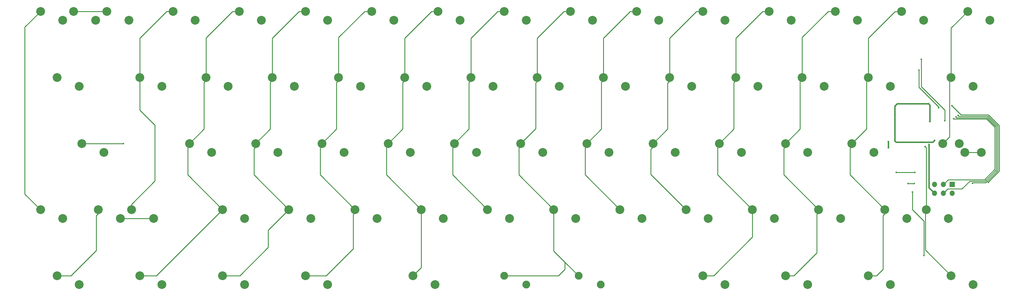
<source format=gbr>
%TF.GenerationSoftware,KiCad,Pcbnew,(6.0.7)*%
%TF.CreationDate,2022-08-19T07:51:27+02:00*%
%TF.ProjectId,nue-pcb,6e75652d-7063-4622-9e6b-696361645f70,0.1*%
%TF.SameCoordinates,Original*%
%TF.FileFunction,Copper,L2,Bot*%
%TF.FilePolarity,Positive*%
%FSLAX46Y46*%
G04 Gerber Fmt 4.6, Leading zero omitted, Abs format (unit mm)*
G04 Created by KiCad (PCBNEW (6.0.7)) date 2022-08-19 07:51:27*
%MOMM*%
%LPD*%
G01*
G04 APERTURE LIST*
%TA.AperFunction,ComponentPad*%
%ADD10C,2.250000*%
%TD*%
%TA.AperFunction,ComponentPad*%
%ADD11C,2.540000*%
%TD*%
%TA.AperFunction,ComponentPad*%
%ADD12R,1.524000X1.524000*%
%TD*%
%TA.AperFunction,ComponentPad*%
%ADD13O,1.524000X1.524000*%
%TD*%
%TA.AperFunction,ViaPad*%
%ADD14C,0.508000*%
%TD*%
%TA.AperFunction,Conductor*%
%ADD15C,0.381000*%
%TD*%
%TA.AperFunction,Conductor*%
%ADD16C,0.254000*%
%TD*%
G04 APERTURE END LIST*
D10*
%TO.P,SW102,1,1*%
%TO.N,Net-(D60-Pad2)*%
X223678750Y-138747500D03*
%TO.P,SW102,2,2*%
%TO.N,Col7*%
X217328750Y-136207500D03*
%TD*%
%TO.P,SW73,1,1*%
%TO.N,Net-(D60-Pad2)*%
X202247500Y-138747500D03*
%TO.P,SW73,2,2*%
%TO.N,Col7*%
X195897500Y-136207500D03*
%TD*%
D11*
%TO.P,SW1,1,1*%
%TO.N,Col1*%
X329247500Y-60007500D03*
%TO.P,SW1,2,2*%
%TO.N,Net-(D1-Pad2)*%
X335597500Y-62547500D03*
%TD*%
%TO.P,SW2,1,1*%
%TO.N,Col2*%
X310197500Y-60007500D03*
%TO.P,SW2,2,2*%
%TO.N,Net-(D2-Pad2)*%
X316547500Y-62547500D03*
%TD*%
%TO.P,SW3,1,1*%
%TO.N,Col3*%
X291147500Y-60007500D03*
%TO.P,SW3,2,2*%
%TO.N,Net-(D3-Pad2)*%
X297497500Y-62547500D03*
%TD*%
%TO.P,SW4,1,1*%
%TO.N,Col4*%
X272097500Y-60007500D03*
%TO.P,SW4,2,2*%
%TO.N,Net-(D4-Pad2)*%
X278447500Y-62547500D03*
%TD*%
%TO.P,SW5,1,1*%
%TO.N,Col5*%
X253047500Y-60007500D03*
%TO.P,SW5,2,2*%
%TO.N,Net-(D5-Pad2)*%
X259397500Y-62547500D03*
%TD*%
%TO.P,SW6,1,1*%
%TO.N,Col6*%
X233997500Y-60007500D03*
%TO.P,SW6,2,2*%
%TO.N,Net-(D6-Pad2)*%
X240347500Y-62547500D03*
%TD*%
%TO.P,SW7,1,1*%
%TO.N,Col7*%
X214947500Y-60007500D03*
%TO.P,SW7,2,2*%
%TO.N,Net-(D7-Pad2)*%
X221297500Y-62547500D03*
%TD*%
%TO.P,SW8,1,1*%
%TO.N,Col8*%
X195897500Y-60007500D03*
%TO.P,SW8,2,2*%
%TO.N,Net-(D8-Pad2)*%
X202247500Y-62547500D03*
%TD*%
%TO.P,SW9,1,1*%
%TO.N,Col9*%
X176847500Y-60007500D03*
%TO.P,SW9,2,2*%
%TO.N,Net-(D9-Pad2)*%
X183197500Y-62547500D03*
%TD*%
%TO.P,SW10,1,1*%
%TO.N,Col10*%
X157797500Y-60007500D03*
%TO.P,SW10,2,2*%
%TO.N,Net-(D10-Pad2)*%
X164147500Y-62547500D03*
%TD*%
%TO.P,SW11,1,1*%
%TO.N,Col11*%
X138747500Y-60007500D03*
%TO.P,SW11,2,2*%
%TO.N,Net-(D11-Pad2)*%
X145097500Y-62547500D03*
%TD*%
%TO.P,SW12,1,1*%
%TO.N,Col12*%
X119697500Y-60007500D03*
%TO.P,SW12,2,2*%
%TO.N,Net-(D12-Pad2)*%
X126047500Y-62547500D03*
%TD*%
%TO.P,SW13,1,1*%
%TO.N,Col13*%
X100647500Y-60007500D03*
%TO.P,SW13,2,2*%
%TO.N,Net-(D13-Pad2)*%
X106997500Y-62547500D03*
%TD*%
%TO.P,SW14,1,1*%
%TO.N,Col14*%
X72072500Y-60007500D03*
%TO.P,SW14,2,2*%
%TO.N,Net-(D14-Pad2)*%
X78422500Y-62547500D03*
%TD*%
%TO.P,SW16,1,1*%
%TO.N,Col2*%
X300672500Y-79057500D03*
%TO.P,SW16,2,2*%
%TO.N,Net-(D16-Pad2)*%
X307022500Y-81597500D03*
%TD*%
%TO.P,SW17,1,1*%
%TO.N,Col3*%
X281622500Y-79057500D03*
%TO.P,SW17,2,2*%
%TO.N,Net-(D17-Pad2)*%
X287972500Y-81597500D03*
%TD*%
%TO.P,SW18,1,1*%
%TO.N,Col4*%
X262572500Y-79057500D03*
%TO.P,SW18,2,2*%
%TO.N,Net-(D18-Pad2)*%
X268922500Y-81597500D03*
%TD*%
%TO.P,SW19,1,1*%
%TO.N,Col5*%
X243522500Y-79057500D03*
%TO.P,SW19,2,2*%
%TO.N,Net-(D19-Pad2)*%
X249872500Y-81597500D03*
%TD*%
%TO.P,SW20,1,1*%
%TO.N,Col6*%
X224472500Y-79057500D03*
%TO.P,SW20,2,2*%
%TO.N,Net-(D20-Pad2)*%
X230822500Y-81597500D03*
%TD*%
%TO.P,SW21,1,1*%
%TO.N,Col7*%
X205422500Y-79057500D03*
%TO.P,SW21,2,2*%
%TO.N,Net-(D21-Pad2)*%
X211772500Y-81597500D03*
%TD*%
%TO.P,SW22,1,1*%
%TO.N,Col8*%
X186372500Y-79057500D03*
%TO.P,SW22,2,2*%
%TO.N,Net-(D22-Pad2)*%
X192722500Y-81597500D03*
%TD*%
%TO.P,SW23,1,1*%
%TO.N,Col9*%
X167322500Y-79057500D03*
%TO.P,SW23,2,2*%
%TO.N,Net-(D23-Pad2)*%
X173672500Y-81597500D03*
%TD*%
%TO.P,SW24,1,1*%
%TO.N,Col10*%
X148272500Y-79057500D03*
%TO.P,SW24,2,2*%
%TO.N,Net-(D24-Pad2)*%
X154622500Y-81597500D03*
%TD*%
%TO.P,SW25,1,1*%
%TO.N,Col11*%
X129222500Y-79057500D03*
%TO.P,SW25,2,2*%
%TO.N,Net-(D25-Pad2)*%
X135572500Y-81597500D03*
%TD*%
%TO.P,SW26,1,1*%
%TO.N,Col12*%
X110172500Y-79057500D03*
%TO.P,SW26,2,2*%
%TO.N,Net-(D26-Pad2)*%
X116522500Y-81597500D03*
%TD*%
%TO.P,SW27,1,1*%
%TO.N,Col13*%
X91122500Y-79057500D03*
%TO.P,SW27,2,2*%
%TO.N,Net-(D27-Pad2)*%
X97472500Y-81597500D03*
%TD*%
%TO.P,SW28,1,1*%
%TO.N,Col14*%
X62547500Y-60007500D03*
%TO.P,SW28,2,2*%
%TO.N,Net-(D28-Pad2)*%
X68897500Y-62547500D03*
%TD*%
%TO.P,SW31,1,1*%
%TO.N,Col3*%
X276860000Y-98107500D03*
%TO.P,SW31,2,2*%
%TO.N,Net-(D31-Pad2)*%
X283210000Y-100647500D03*
%TD*%
%TO.P,SW32,1,1*%
%TO.N,Col4*%
X257810000Y-98107500D03*
%TO.P,SW32,2,2*%
%TO.N,Net-(D32-Pad2)*%
X264160000Y-100647500D03*
%TD*%
%TO.P,SW33,1,1*%
%TO.N,Col5*%
X238760000Y-98107500D03*
%TO.P,SW33,2,2*%
%TO.N,Net-(D33-Pad2)*%
X245110000Y-100647500D03*
%TD*%
%TO.P,SW34,1,1*%
%TO.N,Col6*%
X219710000Y-98107500D03*
%TO.P,SW34,2,2*%
%TO.N,Net-(D34-Pad2)*%
X226060000Y-100647500D03*
%TD*%
%TO.P,SW36,1,1*%
%TO.N,Col8*%
X181610000Y-98107500D03*
%TO.P,SW36,2,2*%
%TO.N,Net-(D36-Pad2)*%
X187960000Y-100647500D03*
%TD*%
%TO.P,SW37,1,1*%
%TO.N,Col9*%
X162560000Y-98107500D03*
%TO.P,SW37,2,2*%
%TO.N,Net-(D37-Pad2)*%
X168910000Y-100647500D03*
%TD*%
%TO.P,SW38,1,1*%
%TO.N,Col10*%
X143510000Y-98107500D03*
%TO.P,SW38,2,2*%
%TO.N,Net-(D38-Pad2)*%
X149860000Y-100647500D03*
%TD*%
%TO.P,SW39,1,1*%
%TO.N,Col11*%
X124460000Y-98107500D03*
%TO.P,SW39,2,2*%
%TO.N,Net-(D39-Pad2)*%
X130810000Y-100647500D03*
%TD*%
%TO.P,SW40,1,1*%
%TO.N,Col12*%
X105410000Y-98107500D03*
%TO.P,SW40,2,2*%
%TO.N,Net-(D40-Pad2)*%
X111760000Y-100647500D03*
%TD*%
%TO.P,SW41,1,1*%
%TO.N,Col13*%
X67310000Y-79057500D03*
%TO.P,SW41,2,2*%
%TO.N,Net-(D41-Pad2)*%
X73660000Y-81597500D03*
%TD*%
%TO.P,SW43,1,1*%
%TO.N,Col1*%
X317341250Y-117157500D03*
%TO.P,SW43,2,2*%
%TO.N,Net-(D43-Pad2)*%
X323691250Y-119697500D03*
%TD*%
%TO.P,SW45,1,1*%
%TO.N,Col3*%
X286385000Y-117157500D03*
%TO.P,SW45,2,2*%
%TO.N,Net-(D45-Pad2)*%
X292735000Y-119697500D03*
%TD*%
%TO.P,SW46,1,1*%
%TO.N,Col4*%
X267335000Y-117157500D03*
%TO.P,SW46,2,2*%
%TO.N,Net-(D46-Pad2)*%
X273685000Y-119697500D03*
%TD*%
%TO.P,SW49,1,1*%
%TO.N,Col7*%
X210185000Y-117157500D03*
%TO.P,SW49,2,2*%
%TO.N,Net-(D49-Pad2)*%
X216535000Y-119697500D03*
%TD*%
%TO.P,SW50,1,1*%
%TO.N,Col8*%
X191135000Y-117157500D03*
%TO.P,SW50,2,2*%
%TO.N,Net-(D50-Pad2)*%
X197485000Y-119697500D03*
%TD*%
%TO.P,SW51,1,1*%
%TO.N,Col9*%
X172085000Y-117157500D03*
%TO.P,SW51,2,2*%
%TO.N,Net-(D51-Pad2)*%
X178435000Y-119697500D03*
%TD*%
%TO.P,SW52,1,1*%
%TO.N,Col10*%
X153035000Y-117157500D03*
%TO.P,SW52,2,2*%
%TO.N,Net-(D52-Pad2)*%
X159385000Y-119697500D03*
%TD*%
%TO.P,SW53,1,1*%
%TO.N,Col11*%
X133985000Y-117157500D03*
%TO.P,SW53,2,2*%
%TO.N,Net-(D53-Pad2)*%
X140335000Y-119697500D03*
%TD*%
%TO.P,SW54,1,1*%
%TO.N,Col12*%
X114935000Y-117157500D03*
%TO.P,SW54,2,2*%
%TO.N,Net-(D54-Pad2)*%
X121285000Y-119697500D03*
%TD*%
%TO.P,SW55,1,1*%
%TO.N,Col13*%
X79216250Y-117157500D03*
%TO.P,SW55,2,2*%
%TO.N,Net-(D55-Pad2)*%
X85566250Y-119697500D03*
%TD*%
%TO.P,SW56,1,1*%
%TO.N,Col14*%
X62547500Y-117157500D03*
%TO.P,SW56,2,2*%
%TO.N,Net-(D56-Pad2)*%
X68897500Y-119697500D03*
%TD*%
%TO.P,SW61,1,1*%
%TO.N,Col10*%
X138747500Y-136207500D03*
%TO.P,SW61,2,2*%
%TO.N,Net-(D61-Pad2)*%
X145097500Y-138747500D03*
%TD*%
%TO.P,SW65,1,1*%
%TO.N,Col14*%
X81597500Y-60007500D03*
%TO.P,SW65,2,2*%
%TO.N,Net-(D14-Pad2)*%
X87947500Y-62547500D03*
%TD*%
%TO.P,SW69,1,1*%
%TO.N,Col13*%
X88741250Y-117157500D03*
%TO.P,SW69,2,2*%
%TO.N,Net-(D55-Pad2)*%
X95091250Y-119697500D03*
%TD*%
%TO.P,SW70,1,1*%
%TO.N,Col1*%
X324485000Y-136207500D03*
%TO.P,SW70,2,2*%
%TO.N,Net-(D57-Pad2)*%
X330835000Y-138747500D03*
%TD*%
%TO.P,SW71,1,1*%
%TO.N,Col2*%
X300672500Y-136207500D03*
%TO.P,SW71,2,2*%
%TO.N,Net-(D58-Pad2)*%
X307022500Y-138747500D03*
%TD*%
%TO.P,SW74,1,1*%
%TO.N,Col11*%
X114935000Y-136207500D03*
%TO.P,SW74,2,2*%
%TO.N,Net-(D62-Pad2)*%
X121285000Y-138747500D03*
%TD*%
%TO.P,SW75,1,1*%
%TO.N,Col12*%
X91122500Y-136207500D03*
%TO.P,SW75,2,2*%
%TO.N,Net-(D63-Pad2)*%
X97472500Y-138747500D03*
%TD*%
%TO.P,SW76,1,1*%
%TO.N,Col13*%
X67310000Y-136207500D03*
%TO.P,SW76,2,2*%
%TO.N,Net-(D64-Pad2)*%
X73660000Y-138747500D03*
%TD*%
%TO.P,SW44,1,1*%
%TO.N,Col2*%
X305435000Y-117157500D03*
%TO.P,SW44,2,2*%
%TO.N,Net-(D44-Pad2)*%
X311785000Y-119697500D03*
%TD*%
%TO.P,SW48,1,1*%
%TO.N,Col6*%
X229235000Y-117157500D03*
%TO.P,SW48,2,2*%
%TO.N,Net-(D48-Pad2)*%
X235585000Y-119697500D03*
%TD*%
%TO.P,SW47,1,1*%
%TO.N,Col5*%
X248285000Y-117157500D03*
%TO.P,SW47,2,2*%
%TO.N,Net-(D47-Pad2)*%
X254635000Y-119697500D03*
%TD*%
D12*
%TO.P,J2,1,MISO*%
%TO.N,MISO*%
X324802500Y-109918500D03*
D13*
%TO.P,J2,2,VCC*%
%TO.N,VCC*%
X324802500Y-112458500D03*
%TO.P,J2,3,SCK*%
%TO.N,SCK*%
X322262500Y-109918500D03*
%TO.P,J2,4,MOSI*%
%TO.N,MOSI*%
X322262500Y-112458500D03*
%TO.P,J2,5,~{RST}*%
%TO.N,RESET*%
X319722500Y-109918500D03*
%TO.P,J2,6,GND*%
%TO.N,GND*%
X319722500Y-112458500D03*
%TD*%
D11*
%TO.P,SW42,1,1*%
%TO.N,Col14*%
X74453750Y-98107500D03*
%TO.P,SW42,2,2*%
%TO.N,Net-(D42-Pad2)*%
X80803750Y-100647500D03*
%TD*%
%TO.P,SW29,1,1*%
%TO.N,Col1*%
X322103750Y-98107500D03*
%TO.P,SW29,2,2*%
%TO.N,Net-(D29-Pad2)*%
X328453750Y-100647500D03*
%TD*%
%TO.P,SW15,1,1*%
%TO.N,Col1*%
X324485000Y-79057500D03*
%TO.P,SW15,2,2*%
%TO.N,Net-(D15-Pad2)*%
X330835000Y-81597500D03*
%TD*%
%TO.P,SW66,1,1*%
%TO.N,Col1*%
X326866250Y-98107500D03*
%TO.P,SW66,2,2*%
%TO.N,Net-(D29-Pad2)*%
X333216250Y-100647500D03*
%TD*%
%TO.P,SW35,1,1*%
%TO.N,Col7*%
X200660000Y-98107500D03*
%TO.P,SW35,2,2*%
%TO.N,Net-(D35-Pad2)*%
X207010000Y-100647500D03*
%TD*%
%TO.P,SW30,1,1*%
%TO.N,Col2*%
X295910000Y-98107500D03*
%TO.P,SW30,2,2*%
%TO.N,Net-(D30-Pad2)*%
X302260000Y-100647500D03*
%TD*%
%TO.P,SW72,1,1*%
%TO.N,Col3*%
X276860000Y-136207500D03*
%TO.P,SW72,2,2*%
%TO.N,Net-(D59-Pad2)*%
X283210000Y-138747500D03*
%TD*%
%TO.P,SW101,1,1*%
%TO.N,Col4*%
X253047500Y-136207500D03*
%TO.P,SW101,2,2*%
%TO.N,Net-(D101-Pad2)*%
X259397500Y-138747500D03*
%TD*%
%TO.P,SW103,1,1*%
%TO.N,Col9*%
X169703750Y-136207500D03*
%TO.P,SW103,2,2*%
%TO.N,Net-(D103-Pad2)*%
X176053750Y-138747500D03*
%TD*%
D14*
%TO.N,GND*%
X318071500Y-98361500D03*
X306451000Y-99314000D03*
X306451000Y-97536000D03*
%TO.N,Row1*%
X322643500Y-91503500D03*
X315912500Y-73850500D03*
%TO.N,Row2*%
X315244750Y-76931250D03*
X320929000Y-87757000D03*
%TO.N,Row3*%
X308706250Y-106425000D03*
X314072000Y-106425000D03*
%TO.N,Row5*%
X313372500Y-112077500D03*
X316706250Y-130397250D03*
%TO.N,Col1*%
X316992000Y-98933000D03*
%TO.N,Col14*%
X86360000Y-98107500D03*
%TO.N,VCC*%
X308292500Y-97218500D03*
X318389000Y-91757500D03*
X319722500Y-97218500D03*
X308292500Y-89725500D03*
X315912500Y-97726500D03*
X318008000Y-86614000D03*
%TO.N,RESET*%
X335216500Y-109283500D03*
X312102500Y-109664500D03*
X324696901Y-87164099D03*
X313880500Y-109664500D03*
%TO.N,MOSI*%
X325882000Y-90424000D03*
%TO.N,SCK*%
X325247000Y-90932000D03*
%TO.N,MISO*%
X330644500Y-109537500D03*
X326453500Y-89979500D03*
%TD*%
D15*
%TO.N,GND*%
X319722500Y-112458500D02*
X318071500Y-110807500D01*
X318071500Y-110807500D02*
X318071500Y-98361500D01*
X306451000Y-97536000D02*
X306451000Y-99314000D01*
D16*
%TO.N,Row1*%
X322643500Y-88433986D02*
X315912500Y-81702986D01*
X315912500Y-81702986D02*
X315912500Y-73850500D01*
X322643500Y-91503500D02*
X322643500Y-88433986D01*
%TO.N,Row2*%
X320929000Y-87503000D02*
X315244750Y-81818750D01*
X320929000Y-87757000D02*
X320929000Y-87503000D01*
X315244750Y-81818750D02*
X315244750Y-76931250D01*
%TO.N,Row3*%
X313945000Y-106425000D02*
X308706250Y-106425000D01*
%TO.N,Row5*%
X313372500Y-117157500D02*
X316649090Y-120434090D01*
X316649090Y-130340090D02*
X316649090Y-120434090D01*
X313372500Y-112077500D02*
X313372500Y-117157500D01*
X316706250Y-130397250D02*
X316649090Y-130340090D01*
%TO.N,Col1*%
X324485000Y-64770000D02*
X324485000Y-79057500D01*
X329247500Y-60007500D02*
X324485000Y-64770000D01*
X317341250Y-118014750D02*
X317055500Y-118300500D01*
X317055500Y-128778000D02*
X324485000Y-136207500D01*
X317055500Y-118300500D02*
X317055500Y-128778000D01*
X324040500Y-96170750D02*
X324040500Y-79502000D01*
X317341250Y-117157500D02*
X317341250Y-99282250D01*
X324040500Y-79502000D02*
X324485000Y-79057500D01*
X317341250Y-117157500D02*
X317341250Y-118014750D01*
X322103750Y-98107500D02*
X324040500Y-96170750D01*
X316992000Y-98933000D02*
X317341250Y-99282250D01*
%TO.N,Col2*%
X300672500Y-79057500D02*
X300672500Y-79946500D01*
X300164500Y-80200500D02*
X300164500Y-93853000D01*
X295910000Y-98107500D02*
X295910000Y-98933000D01*
X295402000Y-99441000D02*
X295402000Y-107124500D01*
X304927000Y-134334250D02*
X303053750Y-136207500D01*
X308401449Y-60007500D02*
X300672500Y-67736449D01*
X300164500Y-93853000D02*
X295910000Y-98107500D01*
X303053750Y-136207500D02*
X300672500Y-136207500D01*
X300672500Y-67736449D02*
X300672500Y-79057500D01*
X300672500Y-79692500D02*
X300164500Y-80200500D01*
X310197500Y-60007500D02*
X308401449Y-60007500D01*
X295910000Y-98933000D02*
X295402000Y-99441000D01*
X305435000Y-117157500D02*
X305435000Y-118364000D01*
X304927000Y-118872000D02*
X304927000Y-134334250D01*
X305435000Y-118364000D02*
X304927000Y-118872000D01*
X295402000Y-107124500D02*
X305435000Y-117157500D01*
%TO.N,Col3*%
X281622500Y-67500500D02*
X281622500Y-79057500D01*
X286385000Y-117157500D02*
X286385000Y-117983000D01*
X281051000Y-80264000D02*
X281051000Y-93916500D01*
X291147500Y-60007500D02*
X289115500Y-60007500D01*
X289115500Y-60007500D02*
X281622500Y-67500500D01*
X276860000Y-98107500D02*
X276860000Y-98933000D01*
X286385000Y-117983000D02*
X285877000Y-118491000D01*
X276860000Y-98933000D02*
X276352000Y-99441000D01*
X279241250Y-136207500D02*
X276860000Y-136207500D01*
X281622500Y-79057500D02*
X281622500Y-79692500D01*
X276352000Y-99441000D02*
X276352000Y-107124500D01*
X281622500Y-79692500D02*
X281051000Y-80264000D01*
X281051000Y-93916500D02*
X276860000Y-98107500D01*
X285877000Y-118491000D02*
X285877000Y-129571750D01*
X276352000Y-107124500D02*
X286385000Y-117157500D01*
X285877000Y-129571750D02*
X279241250Y-136207500D01*
%TO.N,Col4*%
X262001000Y-93916500D02*
X257810000Y-98107500D01*
X272097500Y-60007500D02*
X270301449Y-60007500D01*
X262572500Y-67736449D02*
X262572500Y-79057500D01*
X257810000Y-98107500D02*
X257810000Y-98806000D01*
X262001000Y-80518000D02*
X262001000Y-93916500D01*
X262572500Y-79057500D02*
X262572500Y-79946500D01*
X257302000Y-99314000D02*
X257302000Y-107124500D01*
X257810000Y-98806000D02*
X257302000Y-99314000D01*
X267335000Y-125065000D02*
X256192500Y-136207500D01*
X256192500Y-136207500D02*
X253047500Y-136207500D01*
X262572500Y-79946500D02*
X262001000Y-80518000D01*
X267335000Y-117157500D02*
X267335000Y-125065000D01*
X257302000Y-107124500D02*
X267335000Y-117157500D01*
X270301449Y-60007500D02*
X262572500Y-67736449D01*
%TO.N,Col5*%
X238760000Y-98107500D02*
X238760000Y-99060000D01*
X243522500Y-67736449D02*
X243522500Y-79057500D01*
X238125000Y-106997500D02*
X248285000Y-117157500D01*
X253047500Y-60007500D02*
X251251449Y-60007500D01*
X243522500Y-80073500D02*
X242951000Y-80645000D01*
X243522500Y-79057500D02*
X243522500Y-80073500D01*
X242951000Y-93916500D02*
X238760000Y-98107500D01*
X238125000Y-99695000D02*
X238125000Y-106997500D01*
X242951000Y-80645000D02*
X242951000Y-93916500D01*
X238760000Y-99060000D02*
X238125000Y-99695000D01*
X251251449Y-60007500D02*
X243522500Y-67736449D01*
%TO.N,Col6*%
X219710000Y-98107500D02*
X219710000Y-98806000D01*
X223901000Y-80391000D02*
X223901000Y-93916500D01*
X224472500Y-79819500D02*
X223901000Y-80391000D01*
X224472500Y-67736449D02*
X224472500Y-79057500D01*
X219202000Y-99314000D02*
X219202000Y-107124500D01*
X232201449Y-60007500D02*
X224472500Y-67736449D01*
X219710000Y-98806000D02*
X219202000Y-99314000D01*
X224472500Y-79057500D02*
X224472500Y-79819500D01*
X223901000Y-93916500D02*
X219710000Y-98107500D01*
X233997500Y-60007500D02*
X232201449Y-60007500D01*
X219202000Y-107124500D02*
X229235000Y-117157500D01*
%TO.N,Col7*%
X205422500Y-67736449D02*
X205422500Y-79057500D01*
X210185000Y-129063750D02*
X213405625Y-132284375D01*
X213745625Y-132624375D02*
X217328750Y-136207500D01*
X200660000Y-98806000D02*
X200152000Y-99314000D01*
X205422500Y-80200500D02*
X204978000Y-80645000D01*
X205422500Y-79057500D02*
X205422500Y-80200500D01*
X204978000Y-80645000D02*
X204978000Y-93789500D01*
X213405625Y-132284375D02*
X213745625Y-132624375D01*
X210185000Y-117157500D02*
X210185000Y-129063750D01*
X214947500Y-60007500D02*
X213151449Y-60007500D01*
X213405625Y-132284375D02*
X213405625Y-134306609D01*
X204978000Y-93789500D02*
X200660000Y-98107500D01*
X213405625Y-134306609D02*
X211504734Y-136207500D01*
X213151449Y-60007500D02*
X205422500Y-67736449D01*
X211504734Y-136207500D02*
X195897500Y-136207500D01*
X200660000Y-98107500D02*
X200660000Y-98806000D01*
X200152000Y-99314000D02*
X200152000Y-107124500D01*
X200152000Y-107124500D02*
X210185000Y-117157500D01*
%TO.N,Col8*%
X185801000Y-93916500D02*
X181610000Y-98107500D01*
X181610000Y-98107500D02*
X181610000Y-98806000D01*
X185801000Y-80518000D02*
X185801000Y-93916500D01*
X181610000Y-98806000D02*
X181102000Y-99314000D01*
X181102000Y-99314000D02*
X181102000Y-107124500D01*
X181102000Y-107124500D02*
X191135000Y-117157500D01*
X186372500Y-79057500D02*
X186372500Y-79946500D01*
X194101449Y-60007500D02*
X186372500Y-67736449D01*
X195897500Y-60007500D02*
X194101449Y-60007500D01*
X186372500Y-79946500D02*
X185801000Y-80518000D01*
X186372500Y-67736449D02*
X186372500Y-79057500D01*
%TO.N,Col9*%
X166751000Y-80518000D02*
X166751000Y-93916500D01*
X175051449Y-60007500D02*
X167322500Y-67736449D01*
X166751000Y-93916500D02*
X162560000Y-98107500D01*
X162560000Y-98107500D02*
X162560000Y-98679000D01*
X176847500Y-60007500D02*
X175051449Y-60007500D01*
X167322500Y-79057500D02*
X167322500Y-79946500D01*
X167322500Y-67736449D02*
X167322500Y-79057500D01*
X162052000Y-107124500D02*
X172085000Y-117157500D01*
X167322500Y-79946500D02*
X166751000Y-80518000D01*
X172085000Y-117157500D02*
X172085000Y-133826250D01*
X162052000Y-99187000D02*
X162052000Y-107124500D01*
X162560000Y-98679000D02*
X162052000Y-99187000D01*
X172085000Y-133826250D02*
X169703750Y-136207500D01*
%TO.N,Col10*%
X147701000Y-93916500D02*
X143510000Y-98107500D01*
X147701000Y-80518000D02*
X147701000Y-93916500D01*
X153035000Y-117157500D02*
X153035000Y-117983000D01*
X148272500Y-67500500D02*
X148272500Y-79057500D01*
X143510000Y-98552000D02*
X143002000Y-99060000D01*
X152463500Y-128460500D02*
X144716500Y-136207500D01*
X144716500Y-136207500D02*
X138747500Y-136207500D01*
X148272500Y-79946500D02*
X147701000Y-80518000D01*
X143002000Y-107124500D02*
X153035000Y-117157500D01*
X152463500Y-118554500D02*
X152463500Y-128460500D01*
X153035000Y-117983000D02*
X152463500Y-118554500D01*
X155765500Y-60007500D02*
X148272500Y-67500500D01*
X143510000Y-98107500D02*
X143510000Y-98552000D01*
X143002000Y-99060000D02*
X143002000Y-107124500D01*
X148272500Y-79057500D02*
X148272500Y-79946500D01*
X157797500Y-60007500D02*
X155765500Y-60007500D01*
%TO.N,Col11*%
X128651000Y-93916500D02*
X124460000Y-98107500D01*
X123952000Y-99568000D02*
X123952000Y-107124500D01*
X138747500Y-60007500D02*
X136951449Y-60007500D01*
X119862500Y-136207500D02*
X114935000Y-136207500D01*
X129222500Y-79819500D02*
X128651000Y-80391000D01*
X129222500Y-79057500D02*
X129222500Y-79819500D01*
X124460000Y-98107500D02*
X124460000Y-99060000D01*
X133985000Y-117157500D02*
X128060000Y-123082500D01*
X136951449Y-60007500D02*
X129222500Y-67736449D01*
X129222500Y-67736449D02*
X129222500Y-79057500D01*
X123952000Y-107124500D02*
X133985000Y-117157500D01*
X124460000Y-99060000D02*
X123952000Y-99568000D01*
X128651000Y-80391000D02*
X128651000Y-93916500D01*
X128060000Y-128010000D02*
X119862500Y-136207500D01*
X128060000Y-123082500D02*
X128060000Y-128010000D01*
%TO.N,Col12*%
X104902000Y-99314000D02*
X104902000Y-107124500D01*
X109601000Y-93916500D02*
X105410000Y-98107500D01*
X119697500Y-60007500D02*
X117792500Y-60007500D01*
X110172500Y-67627500D02*
X110172500Y-79057500D01*
X109601000Y-80391000D02*
X109601000Y-93916500D01*
X105410000Y-98806000D02*
X104902000Y-99314000D01*
X105410000Y-98107500D02*
X105410000Y-98806000D01*
X110172500Y-79819500D02*
X109601000Y-80391000D01*
X104902000Y-107124500D02*
X114935000Y-117157500D01*
X110172500Y-79057500D02*
X110172500Y-79819500D01*
X117792500Y-60007500D02*
X110172500Y-67627500D01*
X114935000Y-117157500D02*
X95885000Y-136207500D01*
X95885000Y-136207500D02*
X91122500Y-136207500D01*
%TO.N,Col13*%
X71310500Y-136207500D02*
X67310000Y-136207500D01*
X91122500Y-67736449D02*
X91122500Y-79057500D01*
X91122500Y-79057500D02*
X91122500Y-88455500D01*
X79216250Y-118268750D02*
X78613000Y-118872000D01*
X78613000Y-118872000D02*
X78613000Y-128905000D01*
X95440500Y-108902500D02*
X88741250Y-115601750D01*
X91122500Y-88455500D02*
X95440500Y-92773500D01*
X95440500Y-92773500D02*
X95440500Y-108902500D01*
X88741250Y-115601750D02*
X88741250Y-117157500D01*
X79216250Y-117157500D02*
X79216250Y-118268750D01*
X98851449Y-60007500D02*
X91122500Y-67736449D01*
X100647500Y-60007500D02*
X98851449Y-60007500D01*
X78613000Y-128905000D02*
X71310500Y-136207500D01*
%TO.N,Col14*%
X58039000Y-112649000D02*
X58039000Y-64516000D01*
X86360000Y-98107500D02*
X74453750Y-98107500D01*
X58039000Y-64516000D02*
X62547500Y-60007500D01*
X58039000Y-112649000D02*
X62547500Y-117157500D01*
X72072500Y-60007500D02*
X81597500Y-60007500D01*
D15*
%TO.N,VCC*%
X308292500Y-89725500D02*
X308292500Y-87249000D01*
X318389000Y-91757500D02*
X318389000Y-86995000D01*
X318389000Y-86995000D02*
X318008000Y-86614000D01*
X308292500Y-97345500D02*
X308292500Y-97218500D01*
X308292500Y-97218500D02*
X308292500Y-89725500D01*
X319722500Y-97218500D02*
X319214500Y-97726500D01*
X308927500Y-86614000D02*
X308292500Y-87249000D01*
X318008000Y-86614000D02*
X308927500Y-86614000D01*
X319214500Y-97726500D02*
X308673500Y-97726500D01*
X308673500Y-97726500D02*
X308292500Y-97345500D01*
D16*
%TO.N,RESET*%
X338315316Y-106001858D02*
X338315318Y-94094318D01*
X327341230Y-89808428D02*
X324696901Y-87164099D01*
X313880500Y-109664500D02*
X312102500Y-109664500D01*
X335220256Y-89808428D02*
X338315316Y-92903488D01*
X335220256Y-89808428D02*
X327341230Y-89808428D01*
X335252087Y-109065087D02*
X335216500Y-109100674D01*
X338315318Y-94094318D02*
X338315316Y-92903488D01*
X338315316Y-106001858D02*
X335252087Y-109065087D01*
X335216500Y-109100674D02*
X335216500Y-109283500D01*
%TO.N,MOSI*%
X337502499Y-93240171D02*
X337502498Y-105666560D01*
X325882000Y-90424000D02*
X326079248Y-90621248D01*
X326079248Y-90621248D02*
X334883576Y-90621248D01*
X337502498Y-105666560D02*
X334241637Y-108927420D01*
X323532500Y-111188500D02*
X322262500Y-112458500D01*
X334241637Y-108927420D02*
X329882500Y-108927420D01*
X327621420Y-111188500D02*
X323532500Y-111188500D01*
X329882500Y-108927420D02*
X327621420Y-111188500D01*
X334883576Y-90621248D02*
X337502499Y-93240171D01*
%TO.N,SCK*%
X337096089Y-93408511D02*
X334715236Y-91027658D01*
X325342658Y-91027658D02*
X325247000Y-90932000D01*
X337096089Y-105498911D02*
X337096089Y-93408511D01*
X322262500Y-109918500D02*
X323659500Y-108521500D01*
X334073500Y-108521500D02*
X337096089Y-105498911D01*
X323659500Y-108521500D02*
X334073500Y-108521500D01*
X334715236Y-91027658D02*
X325342658Y-91027658D01*
%TO.N,MISO*%
X335051916Y-90214838D02*
X337908907Y-93071829D01*
X326453500Y-89979500D02*
X326490824Y-89979500D01*
X326490824Y-89979500D02*
X326726162Y-90214838D01*
X334409774Y-109333340D02*
X337908907Y-105834209D01*
X337908907Y-93071829D02*
X337908907Y-105834209D01*
X330848660Y-109333340D02*
X334409774Y-109333340D01*
X330848660Y-109333340D02*
X330708000Y-109474000D01*
X335051916Y-90214838D02*
X326726162Y-90214838D01*
%TO.N,Net-(D29-Pad2)*%
X333216250Y-100647500D02*
X328453750Y-100647500D01*
%TO.N,Net-(D55-Pad2)*%
X85566250Y-119697500D02*
X95091250Y-119697500D01*
%TD*%
M02*

</source>
